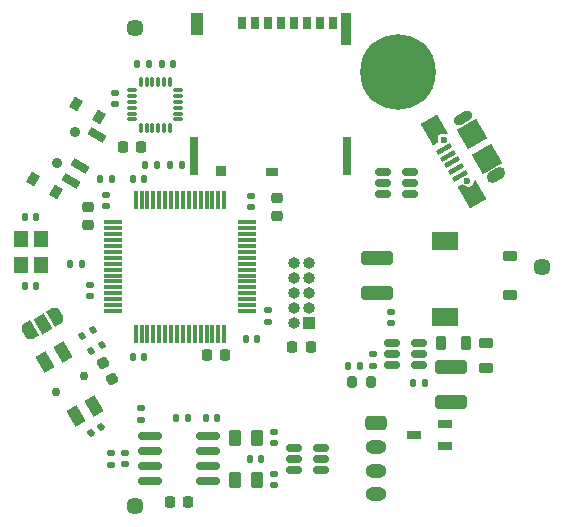
<source format=gbr>
%TF.GenerationSoftware,KiCad,Pcbnew,7.0.5*%
%TF.CreationDate,2023-08-08T00:55:00+02:00*%
%TF.ProjectId,STM32F4_HexGauge_V3,53544d33-3246-4345-9f48-657847617567,rev?*%
%TF.SameCoordinates,Original*%
%TF.FileFunction,Soldermask,Top*%
%TF.FilePolarity,Negative*%
%FSLAX46Y46*%
G04 Gerber Fmt 4.6, Leading zero omitted, Abs format (unit mm)*
G04 Created by KiCad (PCBNEW 7.0.5) date 2023-08-08 00:55:00*
%MOMM*%
%LPD*%
G01*
G04 APERTURE LIST*
G04 Aperture macros list*
%AMRoundRect*
0 Rectangle with rounded corners*
0 $1 Rounding radius*
0 $2 $3 $4 $5 $6 $7 $8 $9 X,Y pos of 4 corners*
0 Add a 4 corners polygon primitive as box body*
4,1,4,$2,$3,$4,$5,$6,$7,$8,$9,$2,$3,0*
0 Add four circle primitives for the rounded corners*
1,1,$1+$1,$2,$3*
1,1,$1+$1,$4,$5*
1,1,$1+$1,$6,$7*
1,1,$1+$1,$8,$9*
0 Add four rect primitives between the rounded corners*
20,1,$1+$1,$2,$3,$4,$5,0*
20,1,$1+$1,$4,$5,$6,$7,0*
20,1,$1+$1,$6,$7,$8,$9,0*
20,1,$1+$1,$8,$9,$2,$3,0*%
%AMHorizOval*
0 Thick line with rounded ends*
0 $1 width*
0 $2 $3 position (X,Y) of the first rounded end (center of the circle)*
0 $4 $5 position (X,Y) of the second rounded end (center of the circle)*
0 Add line between two ends*
20,1,$1,$2,$3,$4,$5,0*
0 Add two circle primitives to create the rounded ends*
1,1,$1,$2,$3*
1,1,$1,$4,$5*%
%AMRotRect*
0 Rectangle, with rotation*
0 The origin of the aperture is its center*
0 $1 length*
0 $2 width*
0 $3 Rotation angle, in degrees counterclockwise*
0 Add horizontal line*
21,1,$1,$2,0,0,$3*%
%AMFreePoly0*
4,1,9,1.050000,0.350000,0.550000,0.000000,0.550000,-0.400000,0.799999,-0.650000,0.800000,-0.800000,-1.050000,-0.800000,-1.050000,0.800000,1.050000,0.800000,1.050000,0.350000,1.050000,0.350000,$1*%
%AMFreePoly1*
4,1,9,1.050000,-0.800000,-0.800000,-0.800000,-0.800000,-0.650001,-0.550000,-0.400000,-0.550000,0.000000,-1.050000,0.350000,-1.050000,0.800000,1.050000,0.800000,1.050000,-0.800000,1.050000,-0.800000,$1*%
%AMFreePoly2*
4,1,19,0.550000,-0.750000,0.000000,-0.750000,-0.000001,-0.744911,-0.071157,-0.744911,-0.207708,-0.704817,-0.327430,-0.627875,-0.420627,-0.520320,-0.479746,-0.390866,-0.500000,-0.250000,-0.500000,0.250000,-0.479746,0.390866,-0.420627,0.520320,-0.327430,0.627875,-0.207707,0.704816,-0.071157,0.744911,0.000001,0.744911,0.000000,0.750000,0.550000,0.750000,0.550000,-0.750000,0.550000,-0.750000,
$1*%
%AMFreePoly3*
4,1,19,0.000001,0.744911,0.071157,0.744911,0.207708,0.704817,0.327430,0.627875,0.420627,0.520320,0.479746,0.390866,0.500000,0.250000,0.500000,-0.250000,0.479746,-0.390866,0.420627,-0.520320,0.327430,-0.627875,0.207707,-0.704816,0.071157,-0.744911,-0.000001,-0.744911,0.000000,-0.750000,-0.550000,-0.750000,-0.550000,0.750000,0.000000,0.750000,0.000001,0.744911,0.000001,0.744911,
$1*%
G04 Aperture macros list end*
%ADD10C,0.600000*%
%ADD11RotRect,0.400000X1.350000X120.000000*%
%ADD12FreePoly0,120.000000*%
%ADD13HorizOval,1.000000X0.303109X0.175000X-0.303109X-0.175000X0*%
%ADD14RotRect,1.900000X1.900000X120.000000*%
%ADD15HorizOval,0.850000X0.368061X0.212500X-0.368061X-0.212500X0*%
%ADD16FreePoly1,120.000000*%
%ADD17RoundRect,0.140000X0.140000X0.170000X-0.140000X0.170000X-0.140000X-0.170000X0.140000X-0.170000X0*%
%ADD18C,1.448000*%
%ADD19RoundRect,0.140000X-0.170000X0.140000X-0.170000X-0.140000X0.170000X-0.140000X0.170000X0.140000X0*%
%ADD20RoundRect,0.135000X-0.185000X0.135000X-0.185000X-0.135000X0.185000X-0.135000X0.185000X0.135000X0*%
%ADD21C,0.800000*%
%ADD22C,6.400000*%
%ADD23RoundRect,0.135000X0.024413X0.227715X-0.209413X0.092715X-0.024413X-0.227715X0.209413X-0.092715X0*%
%ADD24FreePoly2,30.000000*%
%ADD25RotRect,1.000000X1.500000X30.000000*%
%ADD26FreePoly3,30.000000*%
%ADD27RoundRect,0.135000X-0.135000X-0.185000X0.135000X-0.185000X0.135000X0.185000X-0.135000X0.185000X0*%
%ADD28RoundRect,0.250000X-0.650000X0.350000X-0.650000X-0.350000X0.650000X-0.350000X0.650000X0.350000X0*%
%ADD29O,1.800000X1.200000*%
%ADD30RoundRect,0.135000X0.185000X-0.135000X0.185000X0.135000X-0.185000X0.135000X-0.185000X-0.135000X0*%
%ADD31RoundRect,0.140000X0.170000X-0.140000X0.170000X0.140000X-0.170000X0.140000X-0.170000X-0.140000X0*%
%ADD32RoundRect,0.250000X-1.100000X0.325000X-1.100000X-0.325000X1.100000X-0.325000X1.100000X0.325000X0*%
%ADD33R,1.200000X1.400000*%
%ADD34RoundRect,0.218750X0.218750X0.256250X-0.218750X0.256250X-0.218750X-0.256250X0.218750X-0.256250X0*%
%ADD35RoundRect,0.250000X0.262500X0.450000X-0.262500X0.450000X-0.262500X-0.450000X0.262500X-0.450000X0*%
%ADD36RoundRect,0.225000X0.375000X-0.225000X0.375000X0.225000X-0.375000X0.225000X-0.375000X-0.225000X0*%
%ADD37RoundRect,0.218750X0.381250X-0.218750X0.381250X0.218750X-0.381250X0.218750X-0.381250X-0.218750X0*%
%ADD38RoundRect,0.225000X-0.250000X0.225000X-0.250000X-0.225000X0.250000X-0.225000X0.250000X0.225000X0*%
%ADD39R,1.000000X1.000000*%
%ADD40O,1.000000X1.000000*%
%ADD41RoundRect,0.140000X-0.140000X-0.170000X0.140000X-0.170000X0.140000X0.170000X-0.140000X0.170000X0*%
%ADD42RoundRect,0.150000X-0.512500X-0.150000X0.512500X-0.150000X0.512500X0.150000X-0.512500X0.150000X0*%
%ADD43RoundRect,0.150000X-0.825000X-0.150000X0.825000X-0.150000X0.825000X0.150000X-0.825000X0.150000X0*%
%ADD44C,0.750000*%
%ADD45RotRect,1.550000X1.000000X300.000000*%
%ADD46RoundRect,0.225000X-0.329006X0.069856X-0.104006X-0.319856X0.329006X-0.069856X0.104006X0.319856X0*%
%ADD47RoundRect,0.225000X0.225000X0.250000X-0.225000X0.250000X-0.225000X-0.250000X0.225000X-0.250000X0*%
%ADD48RotRect,1.000000X0.800000X240.000000*%
%ADD49C,0.900000*%
%ADD50RotRect,0.700000X1.500000X240.000000*%
%ADD51RoundRect,0.140000X0.036244X0.217224X-0.206244X0.077224X-0.036244X-0.217224X0.206244X-0.077224X0*%
%ADD52RoundRect,0.075000X0.350000X0.075000X-0.350000X0.075000X-0.350000X-0.075000X0.350000X-0.075000X0*%
%ADD53RoundRect,0.075000X-0.075000X0.350000X-0.075000X-0.350000X0.075000X-0.350000X0.075000X0.350000X0*%
%ADD54RoundRect,0.075000X-0.700000X-0.075000X0.700000X-0.075000X0.700000X0.075000X-0.700000X0.075000X0*%
%ADD55RoundRect,0.075000X-0.075000X-0.700000X0.075000X-0.700000X0.075000X0.700000X-0.075000X0.700000X0*%
%ADD56R,0.700000X1.100000*%
%ADD57R,0.900000X0.930000*%
%ADD58R,1.050000X0.780000*%
%ADD59R,0.700000X3.330000*%
%ADD60R,0.860000X2.800000*%
%ADD61R,1.140000X1.830000*%
%ADD62RoundRect,0.135000X0.135000X0.185000X-0.135000X0.185000X-0.135000X-0.185000X0.135000X-0.185000X0*%
%ADD63RoundRect,0.225000X-0.225000X-0.250000X0.225000X-0.250000X0.225000X0.250000X-0.225000X0.250000X0*%
%ADD64R,2.200000X1.500000*%
%ADD65R,1.220000X0.650000*%
%ADD66RoundRect,0.225000X0.250000X-0.225000X0.250000X0.225000X-0.250000X0.225000X-0.250000X-0.225000X0*%
%ADD67RoundRect,0.200000X-0.200000X-0.275000X0.200000X-0.275000X0.200000X0.275000X-0.200000X0.275000X0*%
%ADD68RoundRect,0.218750X0.218750X0.381250X-0.218750X0.381250X-0.218750X-0.381250X0.218750X-0.381250X0*%
%ADD69RoundRect,0.250000X-0.262500X-0.450000X0.262500X-0.450000X0.262500X0.450000X-0.262500X0.450000X0*%
G04 APERTURE END LIST*
D10*
%TO.C,J1*%
X138572840Y-76543821D03*
X136572840Y-73079719D03*
D11*
X137941382Y-76100103D03*
X137616382Y-75537187D03*
X137291382Y-74974270D03*
X136966382Y-74411353D03*
X136641382Y-73848437D03*
D12*
X138949635Y-77596449D03*
D13*
X141020500Y-76083292D03*
D14*
X140208000Y-74676000D03*
X139008000Y-72597540D03*
D15*
X138195500Y-71190248D03*
D16*
X135849635Y-72227091D03*
%TD*%
D17*
%TO.C,C19*%
X113700000Y-66675000D03*
X112740000Y-66675000D03*
%TD*%
D18*
%TO.C,H3*%
X110420000Y-63630000D03*
%TD*%
D19*
%TO.C,C21*%
X122189000Y-97818000D03*
X122189000Y-98778000D03*
%TD*%
D20*
%TO.C,R14*%
X108400000Y-99590000D03*
X108400000Y-100610000D03*
%TD*%
D21*
%TO.C,H2*%
X130270000Y-67320000D03*
X130972944Y-65622944D03*
X130972944Y-69017056D03*
X132670000Y-64920000D03*
D22*
X132670000Y-67320000D03*
D21*
X132670000Y-69720000D03*
X134367056Y-65622944D03*
X134367056Y-69017056D03*
X135070000Y-67320000D03*
%TD*%
D23*
%TO.C,R1*%
X106867673Y-89153000D03*
X105984327Y-89663000D03*
%TD*%
D24*
%TO.C,JP1*%
X101490167Y-89296000D03*
D25*
X102616000Y-88646000D03*
D26*
X103741833Y-87996000D03*
%TD*%
D27*
%TO.C,R4*%
X104900000Y-83570000D03*
X105920000Y-83570000D03*
%TD*%
D28*
%TO.C,J4*%
X130881000Y-97076000D03*
D29*
X130881000Y-99076000D03*
X130881000Y-101076000D03*
X130881000Y-103076000D03*
%TD*%
D27*
%TO.C,R16*%
X113910000Y-96647000D03*
X114930000Y-96647000D03*
%TD*%
D30*
%TO.C,R5*%
X121720000Y-88530000D03*
X121720000Y-87510000D03*
%TD*%
D31*
%TO.C,C14*%
X132080000Y-88618000D03*
X132080000Y-87658000D03*
%TD*%
D32*
%TO.C,C15*%
X130920000Y-83095000D03*
X130920000Y-86045000D03*
%TD*%
D18*
%TO.C,H5*%
X110420000Y-104070000D03*
%TD*%
D23*
%TO.C,R3*%
X107629673Y-90423000D03*
X106746327Y-90933000D03*
%TD*%
D33*
%TO.C,Y1*%
X102450000Y-83650000D03*
X102450000Y-81450000D03*
X100750000Y-81450000D03*
X100750000Y-83650000D03*
%TD*%
D34*
%TO.C,D1*%
X125307500Y-90620000D03*
X123732500Y-90620000D03*
%TD*%
D35*
%TO.C,R13*%
X120753500Y-98298000D03*
X118928500Y-98298000D03*
%TD*%
D36*
%TO.C,D2*%
X142170000Y-86220000D03*
X142170000Y-82920000D03*
%TD*%
D37*
%TO.C,F1*%
X140170000Y-92382500D03*
X140170000Y-90257500D03*
%TD*%
D38*
%TO.C,C1*%
X106476800Y-78727000D03*
X106476800Y-80277000D03*
%TD*%
D39*
%TO.C,J5*%
X125145000Y-88570000D03*
D40*
X123875000Y-88570000D03*
X125145000Y-87300000D03*
X123875000Y-87300000D03*
X125145000Y-86030000D03*
X123875000Y-86030000D03*
X125145000Y-84760000D03*
X123875000Y-84760000D03*
X125145000Y-83490000D03*
X123875000Y-83490000D03*
%TD*%
D17*
%TO.C,C11*%
X102080000Y-85420000D03*
X101120000Y-85420000D03*
%TD*%
D41*
%TO.C,C10*%
X101120000Y-79620000D03*
X102080000Y-79620000D03*
%TD*%
D19*
%TO.C,C23*%
X122174000Y-101374000D03*
X122174000Y-102334000D03*
%TD*%
D42*
%TO.C,U4*%
X123910500Y-99126000D03*
X123910500Y-100076000D03*
X123910500Y-101026000D03*
X126185500Y-101026000D03*
X126185500Y-100076000D03*
X126185500Y-99126000D03*
%TD*%
D41*
%TO.C,C5*%
X119820000Y-89900000D03*
X120780000Y-89900000D03*
%TD*%
D43*
%TO.C,U3*%
X111698000Y-98171000D03*
X111698000Y-99441000D03*
X111698000Y-100711000D03*
X111698000Y-101981000D03*
X116648000Y-101981000D03*
X116648000Y-100711000D03*
X116648000Y-99441000D03*
X116648000Y-98171000D03*
%TD*%
D27*
%TO.C,R2*%
X107440000Y-76420000D03*
X108460000Y-76420000D03*
%TD*%
D42*
%TO.C,U2*%
X132212500Y-90236000D03*
X132212500Y-91186000D03*
X132212500Y-92136000D03*
X134487500Y-92136000D03*
X134487500Y-91186000D03*
X134487500Y-90236000D03*
%TD*%
D44*
%TO.C,SW1*%
X103711215Y-94409500D03*
X106092785Y-93034500D03*
D45*
X105478378Y-96420317D03*
X102853378Y-91873683D03*
X106950622Y-95570317D03*
X104325622Y-91023683D03*
%TD*%
D18*
%TO.C,H4*%
X144920000Y-83820000D03*
%TD*%
D46*
%TO.C,C8*%
X107732500Y-91948830D03*
X108507500Y-93291170D03*
%TD*%
D47*
%TO.C,C26*%
X110960200Y-73660000D03*
X109410200Y-73660000D03*
%TD*%
D31*
%TO.C,C7*%
X106620000Y-86300000D03*
X106620000Y-85340000D03*
%TD*%
D41*
%TO.C,C22*%
X120170000Y-100076000D03*
X121130000Y-100076000D03*
%TD*%
%TO.C,C24*%
X116440000Y-96647000D03*
X117400000Y-96647000D03*
%TD*%
D48*
%TO.C,SW2*%
X107402500Y-71143007D03*
X105488584Y-70038007D03*
D49*
X105366212Y-72449962D03*
X103866212Y-75048038D03*
D48*
X103752500Y-77464993D03*
X101838584Y-76359993D03*
D50*
X107265416Y-72680443D03*
X105765416Y-75278519D03*
X105015416Y-76577557D03*
%TD*%
D31*
%TO.C,C18*%
X109601000Y-100556000D03*
X109601000Y-99596000D03*
%TD*%
%TO.C,C6*%
X120296000Y-78800000D03*
X120296000Y-77840000D03*
%TD*%
D51*
%TO.C,C9*%
X107535692Y-97380000D03*
X106704308Y-97860000D03*
%TD*%
D52*
%TO.C,U5*%
X114120000Y-71354000D03*
X114120000Y-70854000D03*
X114120000Y-70354000D03*
X114120000Y-69854000D03*
X114120000Y-69354000D03*
X114120000Y-68854000D03*
D53*
X113420000Y-68154000D03*
X112920000Y-68154000D03*
X112420000Y-68154000D03*
X111920000Y-68154000D03*
X111420000Y-68154000D03*
X110920000Y-68154000D03*
D52*
X110220000Y-68854000D03*
X110220000Y-69354000D03*
X110220000Y-69854000D03*
X110220000Y-70354000D03*
X110220000Y-70854000D03*
X110220000Y-71354000D03*
D53*
X110920000Y-72054000D03*
X111420000Y-72054000D03*
X111920000Y-72054000D03*
X112420000Y-72054000D03*
X112920000Y-72054000D03*
X113420000Y-72054000D03*
%TD*%
D54*
%TO.C,U1*%
X108574200Y-80070000D03*
X108574200Y-80570000D03*
X108574200Y-81070000D03*
X108574200Y-81570000D03*
X108574200Y-82070000D03*
X108574200Y-82570000D03*
X108574200Y-83070000D03*
X108574200Y-83570000D03*
X108574200Y-84070000D03*
X108574200Y-84570000D03*
X108574200Y-85070000D03*
X108574200Y-85570000D03*
X108574200Y-86070000D03*
X108574200Y-86570000D03*
X108574200Y-87070000D03*
X108574200Y-87570000D03*
D55*
X110499200Y-89495000D03*
X110999200Y-89495000D03*
X111499200Y-89495000D03*
X111999200Y-89495000D03*
X112499200Y-89495000D03*
X112999200Y-89495000D03*
X113499200Y-89495000D03*
X113999200Y-89495000D03*
X114499200Y-89495000D03*
X114999200Y-89495000D03*
X115499200Y-89495000D03*
X115999200Y-89495000D03*
X116499200Y-89495000D03*
X116999200Y-89495000D03*
X117499200Y-89495000D03*
X117999200Y-89495000D03*
D54*
X119924200Y-87570000D03*
X119924200Y-87070000D03*
X119924200Y-86570000D03*
X119924200Y-86070000D03*
X119924200Y-85570000D03*
X119924200Y-85070000D03*
X119924200Y-84570000D03*
X119924200Y-84070000D03*
X119924200Y-83570000D03*
X119924200Y-83070000D03*
X119924200Y-82570000D03*
X119924200Y-82070000D03*
X119924200Y-81570000D03*
X119924200Y-81070000D03*
X119924200Y-80570000D03*
X119924200Y-80070000D03*
D55*
X117999200Y-78145000D03*
X117499200Y-78145000D03*
X116999200Y-78145000D03*
X116499200Y-78145000D03*
X115999200Y-78145000D03*
X115499200Y-78145000D03*
X114999200Y-78145000D03*
X114499200Y-78145000D03*
X113999200Y-78145000D03*
X113499200Y-78145000D03*
X112999200Y-78145000D03*
X112499200Y-78145000D03*
X111999200Y-78145000D03*
X111499200Y-78145000D03*
X110999200Y-78145000D03*
X110499200Y-78145000D03*
%TD*%
D56*
%TO.C,J3*%
X119540000Y-63220000D03*
X120640000Y-63220000D03*
X121740000Y-63220000D03*
X122840000Y-63220000D03*
X123940000Y-63220000D03*
X125040000Y-63220000D03*
X126140000Y-63220000D03*
X127240000Y-63220000D03*
D57*
X117750000Y-75685000D03*
D58*
X122015000Y-75760000D03*
D59*
X128400000Y-74485000D03*
D60*
X128320000Y-63720000D03*
D61*
X115660000Y-63235000D03*
D59*
X115440000Y-74485000D03*
%TD*%
D32*
%TO.C,C16*%
X137170000Y-92345000D03*
X137170000Y-95295000D03*
%TD*%
D62*
%TO.C,R7*%
X112270000Y-75184000D03*
X111250000Y-75184000D03*
%TD*%
D27*
%TO.C,R6*%
X113409000Y-75184000D03*
X114429000Y-75184000D03*
%TD*%
D63*
%TO.C,C17*%
X113398000Y-103759000D03*
X114948000Y-103759000D03*
%TD*%
D20*
%TO.C,R12*%
X110920000Y-95790000D03*
X110920000Y-96810000D03*
%TD*%
D64*
%TO.C,L1*%
X136652000Y-88036000D03*
X136652000Y-81636000D03*
%TD*%
D17*
%TO.C,C25*%
X111600000Y-66675000D03*
X110640000Y-66675000D03*
%TD*%
D65*
%TO.C,Q1*%
X136710000Y-99020000D03*
X136710000Y-97120000D03*
X134090000Y-98070000D03*
%TD*%
D41*
%TO.C,C3*%
X110240000Y-76420000D03*
X111200000Y-76420000D03*
%TD*%
D66*
%TO.C,C13*%
X122428000Y-79515000D03*
X122428000Y-77965000D03*
%TD*%
D30*
%TO.C,R11*%
X130556000Y-92204000D03*
X130556000Y-91184000D03*
%TD*%
D42*
%TO.C,U6*%
X131450500Y-75758000D03*
X131450500Y-76708000D03*
X131450500Y-77658000D03*
X133725500Y-77658000D03*
X133725500Y-76708000D03*
X133725500Y-75758000D03*
%TD*%
D62*
%TO.C,R10*%
X135010000Y-93700000D03*
X133990000Y-93700000D03*
%TD*%
D31*
%TO.C,C2*%
X107950000Y-78712000D03*
X107950000Y-77752000D03*
%TD*%
D63*
%TO.C,C12*%
X116525000Y-91300000D03*
X118075000Y-91300000D03*
%TD*%
D67*
%TO.C,R9*%
X128775000Y-93600000D03*
X130425000Y-93600000D03*
%TD*%
D19*
%TO.C,C20*%
X108762800Y-69116000D03*
X108762800Y-70076000D03*
%TD*%
D17*
%TO.C,C4*%
X111224000Y-91440000D03*
X110264000Y-91440000D03*
%TD*%
D68*
%TO.C,FB1*%
X138482500Y-90320000D03*
X136357500Y-90320000D03*
%TD*%
D69*
%TO.C,R15*%
X118948500Y-101854000D03*
X120773500Y-101854000D03*
%TD*%
D27*
%TO.C,R8*%
X128490000Y-92200000D03*
X129510000Y-92200000D03*
%TD*%
M02*

</source>
